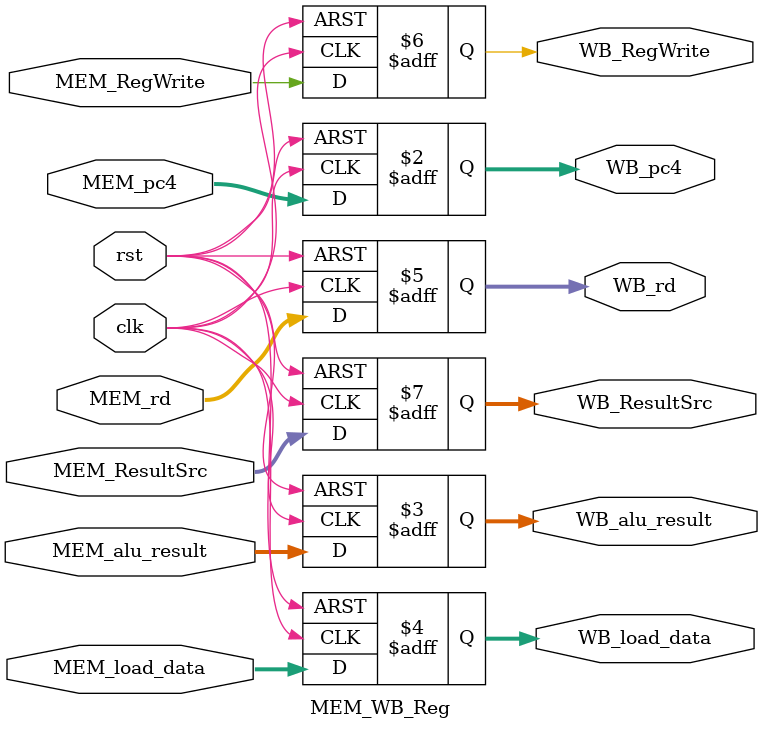
<source format=sv>
module MEM_WB_Reg(
    input clk,
    input rst,

    // Data inputs from MEM stage
    input [31:0] MEM_pc4,
    input [31:0] MEM_alu_result,
    input [31:0] MEM_load_data,

    // Metadata
    input [4:0]  MEM_rd,

    // Control signals from MEM
    input        MEM_RegWrite,
    input [1:0]  MEM_ResultSrc,

    // Data outputs to WB stage
    output logic [31:0] WB_pc4,
    output logic [31:0] WB_alu_result,
    output logic [31:0] WB_load_data,

    // Metadata
    output logic [4:0]  WB_rd,

    // Control signals to WB
    output logic        WB_RegWrite,
    output logic [1:0]  WB_ResultSrc
);

always_ff @(posedge clk or posedge rst) begin
    if (rst) begin
        WB_pc4          <= 32'b0;
        WB_alu_result   <= 32'b0;
        WB_load_data    <= 32'b0;

        WB_rd           <= 5'b0;

        WB_RegWrite     <= 1'b0;
        WB_ResultSrc    <= 2'b0;
    end
    else begin
        WB_pc4          <= MEM_pc4;
        WB_alu_result   <= MEM_alu_result;
        WB_load_data    <= MEM_load_data;

        WB_rd           <= MEM_rd;

        WB_RegWrite     <= MEM_RegWrite;
        WB_ResultSrc    <= MEM_ResultSrc;
    end
end

endmodule
</source>
